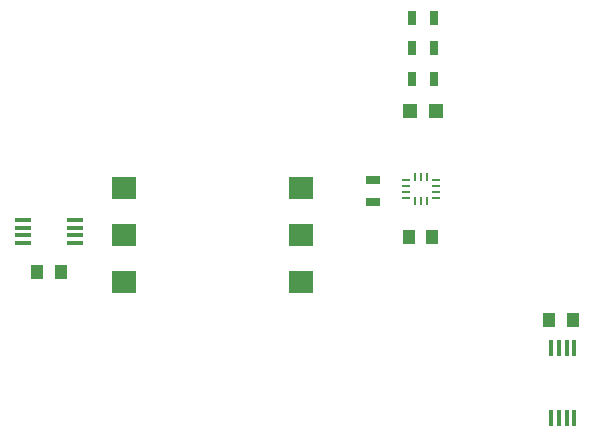
<source format=gbr>
G04 #@! TF.GenerationSoftware,KiCad,Pcbnew,(5.0.0)*
G04 #@! TF.CreationDate,2019-02-24T20:09:27-05:00*
G04 #@! TF.ProjectId,AVR_LCD 2.0,4156525F4C434420322E302E6B696361,rev?*
G04 #@! TF.SameCoordinates,Original*
G04 #@! TF.FileFunction,Paste,Top*
G04 #@! TF.FilePolarity,Positive*
%FSLAX46Y46*%
G04 Gerber Fmt 4.6, Leading zero omitted, Abs format (unit mm)*
G04 Created by KiCad (PCBNEW (5.0.0)) date 02/24/19 20:09:27*
%MOMM*%
%LPD*%
G01*
G04 APERTURE LIST*
%ADD10R,1.000000X1.250000*%
%ADD11R,1.200000X1.200000*%
%ADD12R,1.300000X0.700000*%
%ADD13R,0.700000X1.300000*%
%ADD14R,0.675000X0.250000*%
%ADD15R,0.250000X0.675000*%
%ADD16R,0.450000X1.450000*%
%ADD17R,2.000000X1.900000*%
%ADD18R,1.450000X0.450000*%
G04 APERTURE END LIST*
D10*
G04 #@! TO.C,C1*
X101034000Y-91149500D03*
X99034000Y-91149500D03*
G04 #@! TD*
G04 #@! TO.C,C2*
X69553200Y-94138000D03*
X67553200Y-94138000D03*
G04 #@! TD*
G04 #@! TO.C,C3*
X110924000Y-98207000D03*
X112924000Y-98207000D03*
G04 #@! TD*
D11*
G04 #@! TO.C,D1*
X99125000Y-80464000D03*
X101325000Y-80464000D03*
G04 #@! TD*
D12*
G04 #@! TO.C,R1*
X95970500Y-86323500D03*
X95970500Y-88223500D03*
G04 #@! TD*
D13*
G04 #@! TO.C,R2*
X99293000Y-72590000D03*
X101193000Y-72590000D03*
G04 #@! TD*
G04 #@! TO.C,R3*
X101193000Y-75130000D03*
X99293000Y-75130000D03*
G04 #@! TD*
G04 #@! TO.C,R4*
X99293000Y-77797000D03*
X101193000Y-77797000D03*
G04 #@! TD*
D14*
G04 #@! TO.C,U1*
X101304500Y-86323500D03*
X101304500Y-86823500D03*
X101304500Y-87323500D03*
X101304500Y-87823500D03*
X98779500Y-87823500D03*
X98779500Y-87323500D03*
X98779500Y-86823500D03*
X98779500Y-86323500D03*
D15*
X100542000Y-88086000D03*
X100042000Y-88086000D03*
X99542000Y-88086000D03*
X100542000Y-86061000D03*
X99542000Y-86061000D03*
X100042000Y-86061000D03*
G04 #@! TD*
D16*
G04 #@! TO.C,U4*
X113042000Y-106491000D03*
X112392000Y-106491000D03*
X111742000Y-106491000D03*
X111092000Y-106491000D03*
X111092000Y-100591000D03*
X111742000Y-100591000D03*
X112392000Y-100591000D03*
X113042000Y-100591000D03*
G04 #@! TD*
D17*
G04 #@! TO.C,U5*
X89940000Y-95000000D03*
X89940000Y-91000000D03*
X89940000Y-87000000D03*
X74940000Y-91000000D03*
X74940000Y-95000000D03*
X74940000Y-87000000D03*
G04 #@! TD*
D18*
G04 #@! TO.C,U3*
X70742200Y-89735000D03*
X70742200Y-90385000D03*
X70742200Y-91035000D03*
X70742200Y-91685000D03*
X66342200Y-91685000D03*
X66342200Y-91035000D03*
X66342200Y-90385000D03*
X66342200Y-89735000D03*
G04 #@! TD*
M02*

</source>
